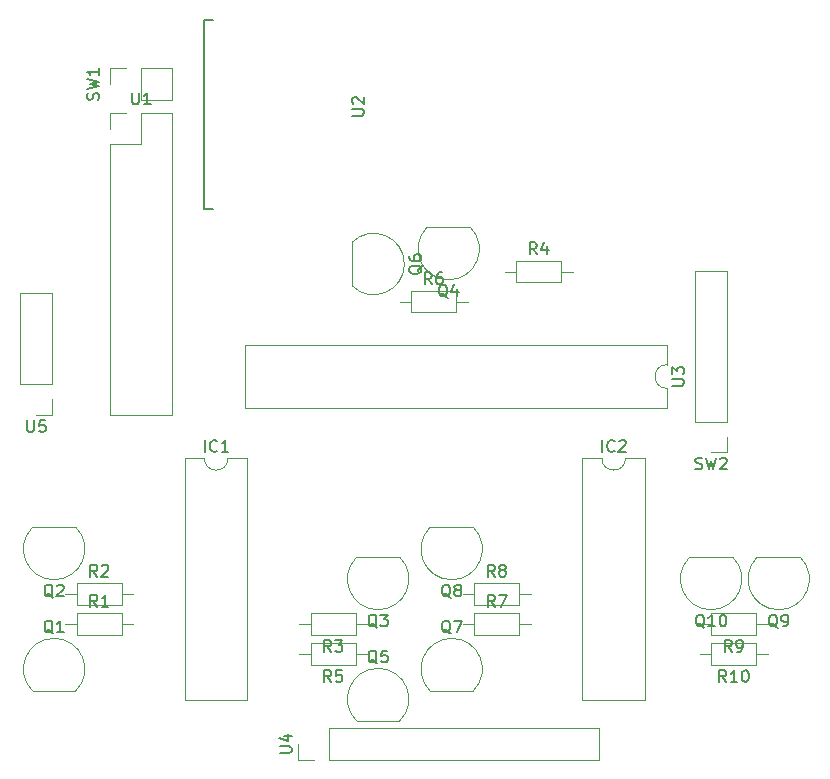
<source format=gto>
%TF.GenerationSoftware,KiCad,Pcbnew,(5.1.9)-1*%
%TF.CreationDate,2021-05-06T17:33:23+02:00*%
%TF.ProjectId,Rolety jadalnia i taras,526f6c65-7479-4206-9a61-64616c6e6961,rev?*%
%TF.SameCoordinates,Original*%
%TF.FileFunction,Legend,Top*%
%TF.FilePolarity,Positive*%
%FSLAX46Y46*%
G04 Gerber Fmt 4.6, Leading zero omitted, Abs format (unit mm)*
G04 Created by KiCad (PCBNEW (5.1.9)-1) date 2021-05-06 17:33:23*
%MOMM*%
%LPD*%
G01*
G04 APERTURE LIST*
%ADD10C,0.120000*%
%ADD11C,0.152400*%
%ADD12C,0.150000*%
G04 APERTURE END LIST*
D10*
%TO.C,Q10*%
X119910000Y-114990000D02*
X116310000Y-114990000D01*
X116271522Y-115001522D02*
G75*
G03*
X118110000Y-119440000I1838478J-1838478D01*
G01*
X119948478Y-115001522D02*
G75*
G02*
X118110000Y-119440000I-1838478J-1838478D01*
G01*
%TO.C,IC1*%
X78850000Y-106620000D02*
X77200000Y-106620000D01*
X78850000Y-127060000D02*
X78850000Y-106620000D01*
X73550000Y-127060000D02*
X78850000Y-127060000D01*
X73550000Y-106620000D02*
X73550000Y-127060000D01*
X75200000Y-106620000D02*
X73550000Y-106620000D01*
X77200000Y-106620000D02*
G75*
G02*
X75200000Y-106620000I-1000000J0D01*
G01*
%TO.C,Q4*%
X97685000Y-87050000D02*
X94085000Y-87050000D01*
X97723478Y-87061522D02*
G75*
G02*
X95885000Y-91500000I-1838478J-1838478D01*
G01*
X94046522Y-87061522D02*
G75*
G03*
X95885000Y-91500000I1838478J-1838478D01*
G01*
%TO.C,IC2*%
X108855000Y-106620000D02*
X107205000Y-106620000D01*
X107205000Y-106620000D02*
X107205000Y-127060000D01*
X107205000Y-127060000D02*
X112505000Y-127060000D01*
X112505000Y-127060000D02*
X112505000Y-106620000D01*
X112505000Y-106620000D02*
X110855000Y-106620000D01*
X110855000Y-106620000D02*
G75*
G02*
X108855000Y-106620000I-1000000J0D01*
G01*
%TO.C,U5*%
X62290000Y-102930000D02*
X60960000Y-102930000D01*
X62290000Y-101600000D02*
X62290000Y-102930000D01*
X62290000Y-100330000D02*
X59630000Y-100330000D01*
X59630000Y-100330000D02*
X59630000Y-92650000D01*
X62290000Y-100330000D02*
X62290000Y-92650000D01*
X62290000Y-92650000D02*
X59630000Y-92650000D01*
%TO.C,U4*%
X108645000Y-132140000D02*
X108645000Y-129480000D01*
X85725000Y-132140000D02*
X108645000Y-132140000D01*
X85725000Y-129480000D02*
X108645000Y-129480000D01*
X85725000Y-132140000D02*
X85725000Y-129480000D01*
X84455000Y-132140000D02*
X83125000Y-132140000D01*
X83125000Y-132140000D02*
X83125000Y-130810000D01*
%TO.C,Q1*%
X60684000Y-126310000D02*
X64284000Y-126310000D01*
X60645522Y-126298478D02*
G75*
G02*
X62484000Y-121860000I1838478J1838478D01*
G01*
X64322478Y-126298478D02*
G75*
G03*
X62484000Y-121860000I-1838478J1838478D01*
G01*
%TO.C,Q2*%
X64284000Y-112450000D02*
X60684000Y-112450000D01*
X60645522Y-112461522D02*
G75*
G03*
X62484000Y-116900000I1838478J-1838478D01*
G01*
X64322478Y-112461522D02*
G75*
G02*
X62484000Y-116900000I-1838478J-1838478D01*
G01*
%TO.C,Q3*%
X91716000Y-114990000D02*
X88116000Y-114990000D01*
X91754478Y-115001522D02*
G75*
G02*
X89916000Y-119440000I-1838478J-1838478D01*
G01*
X88077522Y-115001522D02*
G75*
G03*
X89916000Y-119440000I1838478J-1838478D01*
G01*
%TO.C,Q5*%
X88116000Y-128850000D02*
X91716000Y-128850000D01*
X91754478Y-128838478D02*
G75*
G03*
X89916000Y-124400000I-1838478J1838478D01*
G01*
X88077522Y-128838478D02*
G75*
G02*
X89916000Y-124400000I1838478J1838478D01*
G01*
%TO.C,Q6*%
X87685000Y-88370000D02*
X87685000Y-91970000D01*
X87696522Y-92008478D02*
G75*
G03*
X92135000Y-90170000I1838478J1838478D01*
G01*
X87696522Y-88331522D02*
G75*
G02*
X92135000Y-90170000I1838478J-1838478D01*
G01*
%TO.C,Q7*%
X94339000Y-126310000D02*
X97939000Y-126310000D01*
X94300522Y-126298478D02*
G75*
G02*
X96139000Y-121860000I1838478J1838478D01*
G01*
X97977478Y-126298478D02*
G75*
G03*
X96139000Y-121860000I-1838478J1838478D01*
G01*
%TO.C,Q8*%
X97939000Y-112450000D02*
X94339000Y-112450000D01*
X94300522Y-112461522D02*
G75*
G03*
X96139000Y-116900000I1838478J-1838478D01*
G01*
X97977478Y-112461522D02*
G75*
G02*
X96139000Y-116900000I-1838478J-1838478D01*
G01*
%TO.C,Q9*%
X125625000Y-114990000D02*
X122025000Y-114990000D01*
X125663478Y-115001522D02*
G75*
G02*
X123825000Y-119440000I-1838478J-1838478D01*
G01*
X121986522Y-115001522D02*
G75*
G03*
X123825000Y-119440000I1838478J-1838478D01*
G01*
%TO.C,R1*%
X64374000Y-119730000D02*
X64374000Y-121570000D01*
X64374000Y-121570000D02*
X68214000Y-121570000D01*
X68214000Y-121570000D02*
X68214000Y-119730000D01*
X68214000Y-119730000D02*
X64374000Y-119730000D01*
X63424000Y-120650000D02*
X64374000Y-120650000D01*
X69164000Y-120650000D02*
X68214000Y-120650000D01*
%TO.C,R2*%
X69164000Y-118110000D02*
X68214000Y-118110000D01*
X63424000Y-118110000D02*
X64374000Y-118110000D01*
X68214000Y-117190000D02*
X64374000Y-117190000D01*
X68214000Y-119030000D02*
X68214000Y-117190000D01*
X64374000Y-119030000D02*
X68214000Y-119030000D01*
X64374000Y-117190000D02*
X64374000Y-119030000D01*
%TO.C,R3*%
X88026000Y-121570000D02*
X88026000Y-119730000D01*
X88026000Y-119730000D02*
X84186000Y-119730000D01*
X84186000Y-119730000D02*
X84186000Y-121570000D01*
X84186000Y-121570000D02*
X88026000Y-121570000D01*
X88976000Y-120650000D02*
X88026000Y-120650000D01*
X83236000Y-120650000D02*
X84186000Y-120650000D01*
%TO.C,R4*%
X106375000Y-90805000D02*
X105425000Y-90805000D01*
X100635000Y-90805000D02*
X101585000Y-90805000D01*
X105425000Y-89885000D02*
X101585000Y-89885000D01*
X105425000Y-91725000D02*
X105425000Y-89885000D01*
X101585000Y-91725000D02*
X105425000Y-91725000D01*
X101585000Y-89885000D02*
X101585000Y-91725000D01*
%TO.C,R5*%
X83236000Y-123190000D02*
X84186000Y-123190000D01*
X88976000Y-123190000D02*
X88026000Y-123190000D01*
X84186000Y-124110000D02*
X88026000Y-124110000D01*
X84186000Y-122270000D02*
X84186000Y-124110000D01*
X88026000Y-122270000D02*
X84186000Y-122270000D01*
X88026000Y-124110000D02*
X88026000Y-122270000D01*
%TO.C,R6*%
X92695000Y-92425000D02*
X92695000Y-94265000D01*
X92695000Y-94265000D02*
X96535000Y-94265000D01*
X96535000Y-94265000D02*
X96535000Y-92425000D01*
X96535000Y-92425000D02*
X92695000Y-92425000D01*
X91745000Y-93345000D02*
X92695000Y-93345000D01*
X97485000Y-93345000D02*
X96535000Y-93345000D01*
%TO.C,R7*%
X98029000Y-119730000D02*
X98029000Y-121570000D01*
X98029000Y-121570000D02*
X101869000Y-121570000D01*
X101869000Y-121570000D02*
X101869000Y-119730000D01*
X101869000Y-119730000D02*
X98029000Y-119730000D01*
X97079000Y-120650000D02*
X98029000Y-120650000D01*
X102819000Y-120650000D02*
X101869000Y-120650000D01*
%TO.C,R8*%
X102819000Y-118110000D02*
X101869000Y-118110000D01*
X97079000Y-118110000D02*
X98029000Y-118110000D01*
X101869000Y-117190000D02*
X98029000Y-117190000D01*
X101869000Y-119030000D02*
X101869000Y-117190000D01*
X98029000Y-119030000D02*
X101869000Y-119030000D01*
X98029000Y-117190000D02*
X98029000Y-119030000D01*
%TO.C,R9*%
X121935000Y-121570000D02*
X121935000Y-119730000D01*
X121935000Y-119730000D02*
X118095000Y-119730000D01*
X118095000Y-119730000D02*
X118095000Y-121570000D01*
X118095000Y-121570000D02*
X121935000Y-121570000D01*
X122885000Y-120650000D02*
X121935000Y-120650000D01*
X117145000Y-120650000D02*
X118095000Y-120650000D01*
%TO.C,R10*%
X117145000Y-123190000D02*
X118095000Y-123190000D01*
X122885000Y-123190000D02*
X121935000Y-123190000D01*
X118095000Y-124110000D02*
X121935000Y-124110000D01*
X118095000Y-122270000D02*
X118095000Y-124110000D01*
X121935000Y-122270000D02*
X118095000Y-122270000D01*
X121935000Y-124110000D02*
X121935000Y-122270000D01*
%TO.C,SW1*%
X69850000Y-76260000D02*
X69850000Y-73600000D01*
X69850000Y-76260000D02*
X72450000Y-76260000D01*
X72450000Y-76260000D02*
X72450000Y-73600000D01*
X69850000Y-73600000D02*
X72450000Y-73600000D01*
X67250000Y-73600000D02*
X68580000Y-73600000D01*
X67250000Y-74930000D02*
X67250000Y-73600000D01*
%TO.C,SW2*%
X119440000Y-90745000D02*
X116780000Y-90745000D01*
X119440000Y-103505000D02*
X119440000Y-90745000D01*
X116780000Y-103505000D02*
X116780000Y-90745000D01*
X119440000Y-103505000D02*
X116780000Y-103505000D01*
X119440000Y-104775000D02*
X119440000Y-106105000D01*
X119440000Y-106105000D02*
X118110000Y-106105000D01*
%TO.C,U1*%
X67250000Y-77410000D02*
X68580000Y-77410000D01*
X69850000Y-80010000D02*
X69850000Y-77410000D01*
X67250000Y-78740000D02*
X67250000Y-77410000D01*
X69850000Y-77410000D02*
X72450000Y-77410000D01*
X67250000Y-80010000D02*
X67250000Y-102930000D01*
X67250000Y-80010000D02*
X69850000Y-80010000D01*
X72450000Y-77410000D02*
X72450000Y-102930000D01*
X67250000Y-102930000D02*
X72450000Y-102930000D01*
D11*
%TO.C,U2*%
X75184000Y-85471000D02*
X75946000Y-85471000D01*
X75184000Y-69469000D02*
X75184000Y-85471000D01*
X75946000Y-69469000D02*
X75184000Y-69469000D01*
D10*
%TO.C,U3*%
X114360000Y-98695000D02*
X114360000Y-97045000D01*
X114360000Y-97045000D02*
X78680000Y-97045000D01*
X78680000Y-97045000D02*
X78680000Y-102345000D01*
X78680000Y-102345000D02*
X114360000Y-102345000D01*
X114360000Y-102345000D02*
X114360000Y-100695000D01*
X114360000Y-100695000D02*
G75*
G02*
X114360000Y-98695000I0J1000000D01*
G01*
%TO.C,Q10*%
D12*
X117538571Y-120947619D02*
X117443333Y-120900000D01*
X117348095Y-120804761D01*
X117205238Y-120661904D01*
X117110000Y-120614285D01*
X117014761Y-120614285D01*
X117062380Y-120852380D02*
X116967142Y-120804761D01*
X116871904Y-120709523D01*
X116824285Y-120519047D01*
X116824285Y-120185714D01*
X116871904Y-119995238D01*
X116967142Y-119900000D01*
X117062380Y-119852380D01*
X117252857Y-119852380D01*
X117348095Y-119900000D01*
X117443333Y-119995238D01*
X117490952Y-120185714D01*
X117490952Y-120519047D01*
X117443333Y-120709523D01*
X117348095Y-120804761D01*
X117252857Y-120852380D01*
X117062380Y-120852380D01*
X118443333Y-120852380D02*
X117871904Y-120852380D01*
X118157619Y-120852380D02*
X118157619Y-119852380D01*
X118062380Y-119995238D01*
X117967142Y-120090476D01*
X117871904Y-120138095D01*
X119062380Y-119852380D02*
X119157619Y-119852380D01*
X119252857Y-119900000D01*
X119300476Y-119947619D01*
X119348095Y-120042857D01*
X119395714Y-120233333D01*
X119395714Y-120471428D01*
X119348095Y-120661904D01*
X119300476Y-120757142D01*
X119252857Y-120804761D01*
X119157619Y-120852380D01*
X119062380Y-120852380D01*
X118967142Y-120804761D01*
X118919523Y-120757142D01*
X118871904Y-120661904D01*
X118824285Y-120471428D01*
X118824285Y-120233333D01*
X118871904Y-120042857D01*
X118919523Y-119947619D01*
X118967142Y-119900000D01*
X119062380Y-119852380D01*
%TO.C,IC1*%
X75223809Y-106072380D02*
X75223809Y-105072380D01*
X76271428Y-105977142D02*
X76223809Y-106024761D01*
X76080952Y-106072380D01*
X75985714Y-106072380D01*
X75842857Y-106024761D01*
X75747619Y-105929523D01*
X75700000Y-105834285D01*
X75652380Y-105643809D01*
X75652380Y-105500952D01*
X75700000Y-105310476D01*
X75747619Y-105215238D01*
X75842857Y-105120000D01*
X75985714Y-105072380D01*
X76080952Y-105072380D01*
X76223809Y-105120000D01*
X76271428Y-105167619D01*
X77223809Y-106072380D02*
X76652380Y-106072380D01*
X76938095Y-106072380D02*
X76938095Y-105072380D01*
X76842857Y-105215238D01*
X76747619Y-105310476D01*
X76652380Y-105358095D01*
%TO.C,Q4*%
X95789761Y-93007619D02*
X95694523Y-92960000D01*
X95599285Y-92864761D01*
X95456428Y-92721904D01*
X95361190Y-92674285D01*
X95265952Y-92674285D01*
X95313571Y-92912380D02*
X95218333Y-92864761D01*
X95123095Y-92769523D01*
X95075476Y-92579047D01*
X95075476Y-92245714D01*
X95123095Y-92055238D01*
X95218333Y-91960000D01*
X95313571Y-91912380D01*
X95504047Y-91912380D01*
X95599285Y-91960000D01*
X95694523Y-92055238D01*
X95742142Y-92245714D01*
X95742142Y-92579047D01*
X95694523Y-92769523D01*
X95599285Y-92864761D01*
X95504047Y-92912380D01*
X95313571Y-92912380D01*
X96599285Y-92245714D02*
X96599285Y-92912380D01*
X96361190Y-91864761D02*
X96123095Y-92579047D01*
X96742142Y-92579047D01*
%TO.C,IC2*%
X108878809Y-106072380D02*
X108878809Y-105072380D01*
X109926428Y-105977142D02*
X109878809Y-106024761D01*
X109735952Y-106072380D01*
X109640714Y-106072380D01*
X109497857Y-106024761D01*
X109402619Y-105929523D01*
X109355000Y-105834285D01*
X109307380Y-105643809D01*
X109307380Y-105500952D01*
X109355000Y-105310476D01*
X109402619Y-105215238D01*
X109497857Y-105120000D01*
X109640714Y-105072380D01*
X109735952Y-105072380D01*
X109878809Y-105120000D01*
X109926428Y-105167619D01*
X110307380Y-105167619D02*
X110355000Y-105120000D01*
X110450238Y-105072380D01*
X110688333Y-105072380D01*
X110783571Y-105120000D01*
X110831190Y-105167619D01*
X110878809Y-105262857D01*
X110878809Y-105358095D01*
X110831190Y-105500952D01*
X110259761Y-106072380D01*
X110878809Y-106072380D01*
%TO.C,U5*%
X60198095Y-103382380D02*
X60198095Y-104191904D01*
X60245714Y-104287142D01*
X60293333Y-104334761D01*
X60388571Y-104382380D01*
X60579047Y-104382380D01*
X60674285Y-104334761D01*
X60721904Y-104287142D01*
X60769523Y-104191904D01*
X60769523Y-103382380D01*
X61721904Y-103382380D02*
X61245714Y-103382380D01*
X61198095Y-103858571D01*
X61245714Y-103810952D01*
X61340952Y-103763333D01*
X61579047Y-103763333D01*
X61674285Y-103810952D01*
X61721904Y-103858571D01*
X61769523Y-103953809D01*
X61769523Y-104191904D01*
X61721904Y-104287142D01*
X61674285Y-104334761D01*
X61579047Y-104382380D01*
X61340952Y-104382380D01*
X61245714Y-104334761D01*
X61198095Y-104287142D01*
%TO.C,U4*%
X81577380Y-131571904D02*
X82386904Y-131571904D01*
X82482142Y-131524285D01*
X82529761Y-131476666D01*
X82577380Y-131381428D01*
X82577380Y-131190952D01*
X82529761Y-131095714D01*
X82482142Y-131048095D01*
X82386904Y-131000476D01*
X81577380Y-131000476D01*
X81910714Y-130095714D02*
X82577380Y-130095714D01*
X81529761Y-130333809D02*
X82244047Y-130571904D01*
X82244047Y-129952857D01*
%TO.C,Q1*%
X62388761Y-121447619D02*
X62293523Y-121400000D01*
X62198285Y-121304761D01*
X62055428Y-121161904D01*
X61960190Y-121114285D01*
X61864952Y-121114285D01*
X61912571Y-121352380D02*
X61817333Y-121304761D01*
X61722095Y-121209523D01*
X61674476Y-121019047D01*
X61674476Y-120685714D01*
X61722095Y-120495238D01*
X61817333Y-120400000D01*
X61912571Y-120352380D01*
X62103047Y-120352380D01*
X62198285Y-120400000D01*
X62293523Y-120495238D01*
X62341142Y-120685714D01*
X62341142Y-121019047D01*
X62293523Y-121209523D01*
X62198285Y-121304761D01*
X62103047Y-121352380D01*
X61912571Y-121352380D01*
X63293523Y-121352380D02*
X62722095Y-121352380D01*
X63007809Y-121352380D02*
X63007809Y-120352380D01*
X62912571Y-120495238D01*
X62817333Y-120590476D01*
X62722095Y-120638095D01*
%TO.C,Q2*%
X62388761Y-118407619D02*
X62293523Y-118360000D01*
X62198285Y-118264761D01*
X62055428Y-118121904D01*
X61960190Y-118074285D01*
X61864952Y-118074285D01*
X61912571Y-118312380D02*
X61817333Y-118264761D01*
X61722095Y-118169523D01*
X61674476Y-117979047D01*
X61674476Y-117645714D01*
X61722095Y-117455238D01*
X61817333Y-117360000D01*
X61912571Y-117312380D01*
X62103047Y-117312380D01*
X62198285Y-117360000D01*
X62293523Y-117455238D01*
X62341142Y-117645714D01*
X62341142Y-117979047D01*
X62293523Y-118169523D01*
X62198285Y-118264761D01*
X62103047Y-118312380D01*
X61912571Y-118312380D01*
X62722095Y-117407619D02*
X62769714Y-117360000D01*
X62864952Y-117312380D01*
X63103047Y-117312380D01*
X63198285Y-117360000D01*
X63245904Y-117407619D01*
X63293523Y-117502857D01*
X63293523Y-117598095D01*
X63245904Y-117740952D01*
X62674476Y-118312380D01*
X63293523Y-118312380D01*
%TO.C,Q3*%
X89820761Y-120947619D02*
X89725523Y-120900000D01*
X89630285Y-120804761D01*
X89487428Y-120661904D01*
X89392190Y-120614285D01*
X89296952Y-120614285D01*
X89344571Y-120852380D02*
X89249333Y-120804761D01*
X89154095Y-120709523D01*
X89106476Y-120519047D01*
X89106476Y-120185714D01*
X89154095Y-119995238D01*
X89249333Y-119900000D01*
X89344571Y-119852380D01*
X89535047Y-119852380D01*
X89630285Y-119900000D01*
X89725523Y-119995238D01*
X89773142Y-120185714D01*
X89773142Y-120519047D01*
X89725523Y-120709523D01*
X89630285Y-120804761D01*
X89535047Y-120852380D01*
X89344571Y-120852380D01*
X90106476Y-119852380D02*
X90725523Y-119852380D01*
X90392190Y-120233333D01*
X90535047Y-120233333D01*
X90630285Y-120280952D01*
X90677904Y-120328571D01*
X90725523Y-120423809D01*
X90725523Y-120661904D01*
X90677904Y-120757142D01*
X90630285Y-120804761D01*
X90535047Y-120852380D01*
X90249333Y-120852380D01*
X90154095Y-120804761D01*
X90106476Y-120757142D01*
%TO.C,Q5*%
X89820761Y-123987619D02*
X89725523Y-123940000D01*
X89630285Y-123844761D01*
X89487428Y-123701904D01*
X89392190Y-123654285D01*
X89296952Y-123654285D01*
X89344571Y-123892380D02*
X89249333Y-123844761D01*
X89154095Y-123749523D01*
X89106476Y-123559047D01*
X89106476Y-123225714D01*
X89154095Y-123035238D01*
X89249333Y-122940000D01*
X89344571Y-122892380D01*
X89535047Y-122892380D01*
X89630285Y-122940000D01*
X89725523Y-123035238D01*
X89773142Y-123225714D01*
X89773142Y-123559047D01*
X89725523Y-123749523D01*
X89630285Y-123844761D01*
X89535047Y-123892380D01*
X89344571Y-123892380D01*
X90677904Y-122892380D02*
X90201714Y-122892380D01*
X90154095Y-123368571D01*
X90201714Y-123320952D01*
X90296952Y-123273333D01*
X90535047Y-123273333D01*
X90630285Y-123320952D01*
X90677904Y-123368571D01*
X90725523Y-123463809D01*
X90725523Y-123701904D01*
X90677904Y-123797142D01*
X90630285Y-123844761D01*
X90535047Y-123892380D01*
X90296952Y-123892380D01*
X90201714Y-123844761D01*
X90154095Y-123797142D01*
%TO.C,Q6*%
X93642619Y-90265238D02*
X93595000Y-90360476D01*
X93499761Y-90455714D01*
X93356904Y-90598571D01*
X93309285Y-90693809D01*
X93309285Y-90789047D01*
X93547380Y-90741428D02*
X93499761Y-90836666D01*
X93404523Y-90931904D01*
X93214047Y-90979523D01*
X92880714Y-90979523D01*
X92690238Y-90931904D01*
X92595000Y-90836666D01*
X92547380Y-90741428D01*
X92547380Y-90550952D01*
X92595000Y-90455714D01*
X92690238Y-90360476D01*
X92880714Y-90312857D01*
X93214047Y-90312857D01*
X93404523Y-90360476D01*
X93499761Y-90455714D01*
X93547380Y-90550952D01*
X93547380Y-90741428D01*
X92547380Y-89455714D02*
X92547380Y-89646190D01*
X92595000Y-89741428D01*
X92642619Y-89789047D01*
X92785476Y-89884285D01*
X92975952Y-89931904D01*
X93356904Y-89931904D01*
X93452142Y-89884285D01*
X93499761Y-89836666D01*
X93547380Y-89741428D01*
X93547380Y-89550952D01*
X93499761Y-89455714D01*
X93452142Y-89408095D01*
X93356904Y-89360476D01*
X93118809Y-89360476D01*
X93023571Y-89408095D01*
X92975952Y-89455714D01*
X92928333Y-89550952D01*
X92928333Y-89741428D01*
X92975952Y-89836666D01*
X93023571Y-89884285D01*
X93118809Y-89931904D01*
%TO.C,Q7*%
X96043761Y-121447619D02*
X95948523Y-121400000D01*
X95853285Y-121304761D01*
X95710428Y-121161904D01*
X95615190Y-121114285D01*
X95519952Y-121114285D01*
X95567571Y-121352380D02*
X95472333Y-121304761D01*
X95377095Y-121209523D01*
X95329476Y-121019047D01*
X95329476Y-120685714D01*
X95377095Y-120495238D01*
X95472333Y-120400000D01*
X95567571Y-120352380D01*
X95758047Y-120352380D01*
X95853285Y-120400000D01*
X95948523Y-120495238D01*
X95996142Y-120685714D01*
X95996142Y-121019047D01*
X95948523Y-121209523D01*
X95853285Y-121304761D01*
X95758047Y-121352380D01*
X95567571Y-121352380D01*
X96329476Y-120352380D02*
X96996142Y-120352380D01*
X96567571Y-121352380D01*
%TO.C,Q8*%
X96043761Y-118407619D02*
X95948523Y-118360000D01*
X95853285Y-118264761D01*
X95710428Y-118121904D01*
X95615190Y-118074285D01*
X95519952Y-118074285D01*
X95567571Y-118312380D02*
X95472333Y-118264761D01*
X95377095Y-118169523D01*
X95329476Y-117979047D01*
X95329476Y-117645714D01*
X95377095Y-117455238D01*
X95472333Y-117360000D01*
X95567571Y-117312380D01*
X95758047Y-117312380D01*
X95853285Y-117360000D01*
X95948523Y-117455238D01*
X95996142Y-117645714D01*
X95996142Y-117979047D01*
X95948523Y-118169523D01*
X95853285Y-118264761D01*
X95758047Y-118312380D01*
X95567571Y-118312380D01*
X96567571Y-117740952D02*
X96472333Y-117693333D01*
X96424714Y-117645714D01*
X96377095Y-117550476D01*
X96377095Y-117502857D01*
X96424714Y-117407619D01*
X96472333Y-117360000D01*
X96567571Y-117312380D01*
X96758047Y-117312380D01*
X96853285Y-117360000D01*
X96900904Y-117407619D01*
X96948523Y-117502857D01*
X96948523Y-117550476D01*
X96900904Y-117645714D01*
X96853285Y-117693333D01*
X96758047Y-117740952D01*
X96567571Y-117740952D01*
X96472333Y-117788571D01*
X96424714Y-117836190D01*
X96377095Y-117931428D01*
X96377095Y-118121904D01*
X96424714Y-118217142D01*
X96472333Y-118264761D01*
X96567571Y-118312380D01*
X96758047Y-118312380D01*
X96853285Y-118264761D01*
X96900904Y-118217142D01*
X96948523Y-118121904D01*
X96948523Y-117931428D01*
X96900904Y-117836190D01*
X96853285Y-117788571D01*
X96758047Y-117740952D01*
%TO.C,Q9*%
X123729761Y-120947619D02*
X123634523Y-120900000D01*
X123539285Y-120804761D01*
X123396428Y-120661904D01*
X123301190Y-120614285D01*
X123205952Y-120614285D01*
X123253571Y-120852380D02*
X123158333Y-120804761D01*
X123063095Y-120709523D01*
X123015476Y-120519047D01*
X123015476Y-120185714D01*
X123063095Y-119995238D01*
X123158333Y-119900000D01*
X123253571Y-119852380D01*
X123444047Y-119852380D01*
X123539285Y-119900000D01*
X123634523Y-119995238D01*
X123682142Y-120185714D01*
X123682142Y-120519047D01*
X123634523Y-120709523D01*
X123539285Y-120804761D01*
X123444047Y-120852380D01*
X123253571Y-120852380D01*
X124158333Y-120852380D02*
X124348809Y-120852380D01*
X124444047Y-120804761D01*
X124491666Y-120757142D01*
X124586904Y-120614285D01*
X124634523Y-120423809D01*
X124634523Y-120042857D01*
X124586904Y-119947619D01*
X124539285Y-119900000D01*
X124444047Y-119852380D01*
X124253571Y-119852380D01*
X124158333Y-119900000D01*
X124110714Y-119947619D01*
X124063095Y-120042857D01*
X124063095Y-120280952D01*
X124110714Y-120376190D01*
X124158333Y-120423809D01*
X124253571Y-120471428D01*
X124444047Y-120471428D01*
X124539285Y-120423809D01*
X124586904Y-120376190D01*
X124634523Y-120280952D01*
%TO.C,R1*%
X66127333Y-119182380D02*
X65794000Y-118706190D01*
X65555904Y-119182380D02*
X65555904Y-118182380D01*
X65936857Y-118182380D01*
X66032095Y-118230000D01*
X66079714Y-118277619D01*
X66127333Y-118372857D01*
X66127333Y-118515714D01*
X66079714Y-118610952D01*
X66032095Y-118658571D01*
X65936857Y-118706190D01*
X65555904Y-118706190D01*
X67079714Y-119182380D02*
X66508285Y-119182380D01*
X66794000Y-119182380D02*
X66794000Y-118182380D01*
X66698761Y-118325238D01*
X66603523Y-118420476D01*
X66508285Y-118468095D01*
%TO.C,R2*%
X66127333Y-116642380D02*
X65794000Y-116166190D01*
X65555904Y-116642380D02*
X65555904Y-115642380D01*
X65936857Y-115642380D01*
X66032095Y-115690000D01*
X66079714Y-115737619D01*
X66127333Y-115832857D01*
X66127333Y-115975714D01*
X66079714Y-116070952D01*
X66032095Y-116118571D01*
X65936857Y-116166190D01*
X65555904Y-116166190D01*
X66508285Y-115737619D02*
X66555904Y-115690000D01*
X66651142Y-115642380D01*
X66889238Y-115642380D01*
X66984476Y-115690000D01*
X67032095Y-115737619D01*
X67079714Y-115832857D01*
X67079714Y-115928095D01*
X67032095Y-116070952D01*
X66460666Y-116642380D01*
X67079714Y-116642380D01*
%TO.C,R3*%
X85939333Y-123022380D02*
X85606000Y-122546190D01*
X85367904Y-123022380D02*
X85367904Y-122022380D01*
X85748857Y-122022380D01*
X85844095Y-122070000D01*
X85891714Y-122117619D01*
X85939333Y-122212857D01*
X85939333Y-122355714D01*
X85891714Y-122450952D01*
X85844095Y-122498571D01*
X85748857Y-122546190D01*
X85367904Y-122546190D01*
X86272666Y-122022380D02*
X86891714Y-122022380D01*
X86558380Y-122403333D01*
X86701238Y-122403333D01*
X86796476Y-122450952D01*
X86844095Y-122498571D01*
X86891714Y-122593809D01*
X86891714Y-122831904D01*
X86844095Y-122927142D01*
X86796476Y-122974761D01*
X86701238Y-123022380D01*
X86415523Y-123022380D01*
X86320285Y-122974761D01*
X86272666Y-122927142D01*
%TO.C,R4*%
X103338333Y-89337380D02*
X103005000Y-88861190D01*
X102766904Y-89337380D02*
X102766904Y-88337380D01*
X103147857Y-88337380D01*
X103243095Y-88385000D01*
X103290714Y-88432619D01*
X103338333Y-88527857D01*
X103338333Y-88670714D01*
X103290714Y-88765952D01*
X103243095Y-88813571D01*
X103147857Y-88861190D01*
X102766904Y-88861190D01*
X104195476Y-88670714D02*
X104195476Y-89337380D01*
X103957380Y-88289761D02*
X103719285Y-89004047D01*
X104338333Y-89004047D01*
%TO.C,R5*%
X85939333Y-125562380D02*
X85606000Y-125086190D01*
X85367904Y-125562380D02*
X85367904Y-124562380D01*
X85748857Y-124562380D01*
X85844095Y-124610000D01*
X85891714Y-124657619D01*
X85939333Y-124752857D01*
X85939333Y-124895714D01*
X85891714Y-124990952D01*
X85844095Y-125038571D01*
X85748857Y-125086190D01*
X85367904Y-125086190D01*
X86844095Y-124562380D02*
X86367904Y-124562380D01*
X86320285Y-125038571D01*
X86367904Y-124990952D01*
X86463142Y-124943333D01*
X86701238Y-124943333D01*
X86796476Y-124990952D01*
X86844095Y-125038571D01*
X86891714Y-125133809D01*
X86891714Y-125371904D01*
X86844095Y-125467142D01*
X86796476Y-125514761D01*
X86701238Y-125562380D01*
X86463142Y-125562380D01*
X86367904Y-125514761D01*
X86320285Y-125467142D01*
%TO.C,R6*%
X94448333Y-91877380D02*
X94115000Y-91401190D01*
X93876904Y-91877380D02*
X93876904Y-90877380D01*
X94257857Y-90877380D01*
X94353095Y-90925000D01*
X94400714Y-90972619D01*
X94448333Y-91067857D01*
X94448333Y-91210714D01*
X94400714Y-91305952D01*
X94353095Y-91353571D01*
X94257857Y-91401190D01*
X93876904Y-91401190D01*
X95305476Y-90877380D02*
X95115000Y-90877380D01*
X95019761Y-90925000D01*
X94972142Y-90972619D01*
X94876904Y-91115476D01*
X94829285Y-91305952D01*
X94829285Y-91686904D01*
X94876904Y-91782142D01*
X94924523Y-91829761D01*
X95019761Y-91877380D01*
X95210238Y-91877380D01*
X95305476Y-91829761D01*
X95353095Y-91782142D01*
X95400714Y-91686904D01*
X95400714Y-91448809D01*
X95353095Y-91353571D01*
X95305476Y-91305952D01*
X95210238Y-91258333D01*
X95019761Y-91258333D01*
X94924523Y-91305952D01*
X94876904Y-91353571D01*
X94829285Y-91448809D01*
%TO.C,R7*%
X99782333Y-119182380D02*
X99449000Y-118706190D01*
X99210904Y-119182380D02*
X99210904Y-118182380D01*
X99591857Y-118182380D01*
X99687095Y-118230000D01*
X99734714Y-118277619D01*
X99782333Y-118372857D01*
X99782333Y-118515714D01*
X99734714Y-118610952D01*
X99687095Y-118658571D01*
X99591857Y-118706190D01*
X99210904Y-118706190D01*
X100115666Y-118182380D02*
X100782333Y-118182380D01*
X100353761Y-119182380D01*
%TO.C,R8*%
X99782333Y-116642380D02*
X99449000Y-116166190D01*
X99210904Y-116642380D02*
X99210904Y-115642380D01*
X99591857Y-115642380D01*
X99687095Y-115690000D01*
X99734714Y-115737619D01*
X99782333Y-115832857D01*
X99782333Y-115975714D01*
X99734714Y-116070952D01*
X99687095Y-116118571D01*
X99591857Y-116166190D01*
X99210904Y-116166190D01*
X100353761Y-116070952D02*
X100258523Y-116023333D01*
X100210904Y-115975714D01*
X100163285Y-115880476D01*
X100163285Y-115832857D01*
X100210904Y-115737619D01*
X100258523Y-115690000D01*
X100353761Y-115642380D01*
X100544238Y-115642380D01*
X100639476Y-115690000D01*
X100687095Y-115737619D01*
X100734714Y-115832857D01*
X100734714Y-115880476D01*
X100687095Y-115975714D01*
X100639476Y-116023333D01*
X100544238Y-116070952D01*
X100353761Y-116070952D01*
X100258523Y-116118571D01*
X100210904Y-116166190D01*
X100163285Y-116261428D01*
X100163285Y-116451904D01*
X100210904Y-116547142D01*
X100258523Y-116594761D01*
X100353761Y-116642380D01*
X100544238Y-116642380D01*
X100639476Y-116594761D01*
X100687095Y-116547142D01*
X100734714Y-116451904D01*
X100734714Y-116261428D01*
X100687095Y-116166190D01*
X100639476Y-116118571D01*
X100544238Y-116070952D01*
%TO.C,R9*%
X119848333Y-123022380D02*
X119515000Y-122546190D01*
X119276904Y-123022380D02*
X119276904Y-122022380D01*
X119657857Y-122022380D01*
X119753095Y-122070000D01*
X119800714Y-122117619D01*
X119848333Y-122212857D01*
X119848333Y-122355714D01*
X119800714Y-122450952D01*
X119753095Y-122498571D01*
X119657857Y-122546190D01*
X119276904Y-122546190D01*
X120324523Y-123022380D02*
X120515000Y-123022380D01*
X120610238Y-122974761D01*
X120657857Y-122927142D01*
X120753095Y-122784285D01*
X120800714Y-122593809D01*
X120800714Y-122212857D01*
X120753095Y-122117619D01*
X120705476Y-122070000D01*
X120610238Y-122022380D01*
X120419761Y-122022380D01*
X120324523Y-122070000D01*
X120276904Y-122117619D01*
X120229285Y-122212857D01*
X120229285Y-122450952D01*
X120276904Y-122546190D01*
X120324523Y-122593809D01*
X120419761Y-122641428D01*
X120610238Y-122641428D01*
X120705476Y-122593809D01*
X120753095Y-122546190D01*
X120800714Y-122450952D01*
%TO.C,R10*%
X119372142Y-125562380D02*
X119038809Y-125086190D01*
X118800714Y-125562380D02*
X118800714Y-124562380D01*
X119181666Y-124562380D01*
X119276904Y-124610000D01*
X119324523Y-124657619D01*
X119372142Y-124752857D01*
X119372142Y-124895714D01*
X119324523Y-124990952D01*
X119276904Y-125038571D01*
X119181666Y-125086190D01*
X118800714Y-125086190D01*
X120324523Y-125562380D02*
X119753095Y-125562380D01*
X120038809Y-125562380D02*
X120038809Y-124562380D01*
X119943571Y-124705238D01*
X119848333Y-124800476D01*
X119753095Y-124848095D01*
X120943571Y-124562380D02*
X121038809Y-124562380D01*
X121134047Y-124610000D01*
X121181666Y-124657619D01*
X121229285Y-124752857D01*
X121276904Y-124943333D01*
X121276904Y-125181428D01*
X121229285Y-125371904D01*
X121181666Y-125467142D01*
X121134047Y-125514761D01*
X121038809Y-125562380D01*
X120943571Y-125562380D01*
X120848333Y-125514761D01*
X120800714Y-125467142D01*
X120753095Y-125371904D01*
X120705476Y-125181428D01*
X120705476Y-124943333D01*
X120753095Y-124752857D01*
X120800714Y-124657619D01*
X120848333Y-124610000D01*
X120943571Y-124562380D01*
%TO.C,SW1*%
X66214761Y-76263333D02*
X66262380Y-76120476D01*
X66262380Y-75882380D01*
X66214761Y-75787142D01*
X66167142Y-75739523D01*
X66071904Y-75691904D01*
X65976666Y-75691904D01*
X65881428Y-75739523D01*
X65833809Y-75787142D01*
X65786190Y-75882380D01*
X65738571Y-76072857D01*
X65690952Y-76168095D01*
X65643333Y-76215714D01*
X65548095Y-76263333D01*
X65452857Y-76263333D01*
X65357619Y-76215714D01*
X65310000Y-76168095D01*
X65262380Y-76072857D01*
X65262380Y-75834761D01*
X65310000Y-75691904D01*
X65262380Y-75358571D02*
X66262380Y-75120476D01*
X65548095Y-74930000D01*
X66262380Y-74739523D01*
X65262380Y-74501428D01*
X66262380Y-73596666D02*
X66262380Y-74168095D01*
X66262380Y-73882380D02*
X65262380Y-73882380D01*
X65405238Y-73977619D01*
X65500476Y-74072857D01*
X65548095Y-74168095D01*
%TO.C,SW2*%
X116776666Y-107509761D02*
X116919523Y-107557380D01*
X117157619Y-107557380D01*
X117252857Y-107509761D01*
X117300476Y-107462142D01*
X117348095Y-107366904D01*
X117348095Y-107271666D01*
X117300476Y-107176428D01*
X117252857Y-107128809D01*
X117157619Y-107081190D01*
X116967142Y-107033571D01*
X116871904Y-106985952D01*
X116824285Y-106938333D01*
X116776666Y-106843095D01*
X116776666Y-106747857D01*
X116824285Y-106652619D01*
X116871904Y-106605000D01*
X116967142Y-106557380D01*
X117205238Y-106557380D01*
X117348095Y-106605000D01*
X117681428Y-106557380D02*
X117919523Y-107557380D01*
X118110000Y-106843095D01*
X118300476Y-107557380D01*
X118538571Y-106557380D01*
X118871904Y-106652619D02*
X118919523Y-106605000D01*
X119014761Y-106557380D01*
X119252857Y-106557380D01*
X119348095Y-106605000D01*
X119395714Y-106652619D01*
X119443333Y-106747857D01*
X119443333Y-106843095D01*
X119395714Y-106985952D01*
X118824285Y-107557380D01*
X119443333Y-107557380D01*
%TO.C,U1*%
X69088095Y-75652380D02*
X69088095Y-76461904D01*
X69135714Y-76557142D01*
X69183333Y-76604761D01*
X69278571Y-76652380D01*
X69469047Y-76652380D01*
X69564285Y-76604761D01*
X69611904Y-76557142D01*
X69659523Y-76461904D01*
X69659523Y-75652380D01*
X70659523Y-76652380D02*
X70088095Y-76652380D01*
X70373809Y-76652380D02*
X70373809Y-75652380D01*
X70278571Y-75795238D01*
X70183333Y-75890476D01*
X70088095Y-75938095D01*
%TO.C,U2*%
X87717380Y-77596904D02*
X88526904Y-77596904D01*
X88622142Y-77549285D01*
X88669761Y-77501666D01*
X88717380Y-77406428D01*
X88717380Y-77215952D01*
X88669761Y-77120714D01*
X88622142Y-77073095D01*
X88526904Y-77025476D01*
X87717380Y-77025476D01*
X87812619Y-76596904D02*
X87765000Y-76549285D01*
X87717380Y-76454047D01*
X87717380Y-76215952D01*
X87765000Y-76120714D01*
X87812619Y-76073095D01*
X87907857Y-76025476D01*
X88003095Y-76025476D01*
X88145952Y-76073095D01*
X88717380Y-76644523D01*
X88717380Y-76025476D01*
%TO.C,U3*%
X114812380Y-100456904D02*
X115621904Y-100456904D01*
X115717142Y-100409285D01*
X115764761Y-100361666D01*
X115812380Y-100266428D01*
X115812380Y-100075952D01*
X115764761Y-99980714D01*
X115717142Y-99933095D01*
X115621904Y-99885476D01*
X114812380Y-99885476D01*
X114812380Y-99504523D02*
X114812380Y-98885476D01*
X115193333Y-99218809D01*
X115193333Y-99075952D01*
X115240952Y-98980714D01*
X115288571Y-98933095D01*
X115383809Y-98885476D01*
X115621904Y-98885476D01*
X115717142Y-98933095D01*
X115764761Y-98980714D01*
X115812380Y-99075952D01*
X115812380Y-99361666D01*
X115764761Y-99456904D01*
X115717142Y-99504523D01*
%TD*%
M02*

</source>
